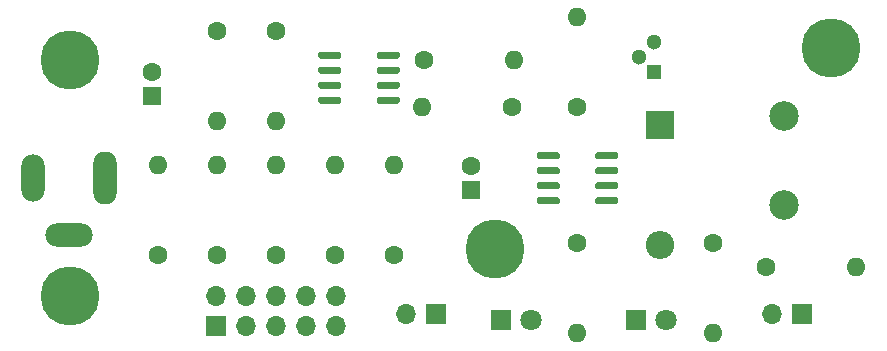
<source format=gts>
G04 #@! TF.GenerationSoftware,KiCad,Pcbnew,(5.1.10)-1*
G04 #@! TF.CreationDate,2021-08-27T01:26:18-04:00*
G04 #@! TF.ProjectId,Water_Valve_Sensor,57617465-725f-4566-916c-76655f53656e,rev?*
G04 #@! TF.SameCoordinates,Original*
G04 #@! TF.FileFunction,Soldermask,Top*
G04 #@! TF.FilePolarity,Negative*
%FSLAX46Y46*%
G04 Gerber Fmt 4.6, Leading zero omitted, Abs format (unit mm)*
G04 Created by KiCad (PCBNEW (5.1.10)-1) date 2021-08-27 01:26:18*
%MOMM*%
%LPD*%
G01*
G04 APERTURE LIST*
%ADD10O,1.600000X1.600000*%
%ADD11C,1.600000*%
%ADD12C,2.500000*%
%ADD13C,5.000000*%
%ADD14C,2.900000*%
%ADD15O,2.000000X4.500000*%
%ADD16O,4.000000X2.000000*%
%ADD17O,2.000000X4.000000*%
%ADD18O,1.700000X1.700000*%
%ADD19R,1.700000X1.700000*%
%ADD20R,1.600000X1.600000*%
%ADD21R,1.300000X1.300000*%
%ADD22C,1.300000*%
%ADD23C,1.800000*%
%ADD24R,1.800000X1.800000*%
%ADD25O,2.400000X2.400000*%
%ADD26R,2.400000X2.400000*%
G04 APERTURE END LIST*
D10*
X106620000Y-143500000D03*
D11*
X99000000Y-143500000D03*
D12*
X100500000Y-130700000D03*
X100500000Y-138300000D03*
D13*
X104500000Y-125000000D03*
D14*
X104500000Y-125000000D03*
D15*
X43000000Y-136000000D03*
D16*
X39952000Y-140826000D03*
D17*
X36904000Y-136000000D03*
D18*
X68460000Y-147500000D03*
D19*
X71000000Y-147500000D03*
D13*
X76000000Y-142000000D03*
D14*
X76000000Y-142000000D03*
D13*
X40000000Y-146000000D03*
D14*
X40000000Y-146000000D03*
D13*
X40000000Y-126000000D03*
D14*
X40000000Y-126000000D03*
D18*
X99460000Y-147500000D03*
D19*
X102000000Y-147500000D03*
D18*
X62540000Y-145960000D03*
X62540000Y-148500000D03*
X60000000Y-145960000D03*
X60000000Y-148500000D03*
X57460000Y-145960000D03*
X57460000Y-148500000D03*
X54920000Y-145960000D03*
X54920000Y-148500000D03*
X52380000Y-145960000D03*
D19*
X52380000Y-148500000D03*
D11*
X74000000Y-135000000D03*
D20*
X74000000Y-137000000D03*
G36*
G01*
X66000000Y-125745000D02*
X66000000Y-125445000D01*
G75*
G02*
X66150000Y-125295000I150000J0D01*
G01*
X67800000Y-125295000D01*
G75*
G02*
X67950000Y-125445000I0J-150000D01*
G01*
X67950000Y-125745000D01*
G75*
G02*
X67800000Y-125895000I-150000J0D01*
G01*
X66150000Y-125895000D01*
G75*
G02*
X66000000Y-125745000I0J150000D01*
G01*
G37*
G36*
G01*
X66000000Y-127015000D02*
X66000000Y-126715000D01*
G75*
G02*
X66150000Y-126565000I150000J0D01*
G01*
X67800000Y-126565000D01*
G75*
G02*
X67950000Y-126715000I0J-150000D01*
G01*
X67950000Y-127015000D01*
G75*
G02*
X67800000Y-127165000I-150000J0D01*
G01*
X66150000Y-127165000D01*
G75*
G02*
X66000000Y-127015000I0J150000D01*
G01*
G37*
G36*
G01*
X66000000Y-128285000D02*
X66000000Y-127985000D01*
G75*
G02*
X66150000Y-127835000I150000J0D01*
G01*
X67800000Y-127835000D01*
G75*
G02*
X67950000Y-127985000I0J-150000D01*
G01*
X67950000Y-128285000D01*
G75*
G02*
X67800000Y-128435000I-150000J0D01*
G01*
X66150000Y-128435000D01*
G75*
G02*
X66000000Y-128285000I0J150000D01*
G01*
G37*
G36*
G01*
X66000000Y-129555000D02*
X66000000Y-129255000D01*
G75*
G02*
X66150000Y-129105000I150000J0D01*
G01*
X67800000Y-129105000D01*
G75*
G02*
X67950000Y-129255000I0J-150000D01*
G01*
X67950000Y-129555000D01*
G75*
G02*
X67800000Y-129705000I-150000J0D01*
G01*
X66150000Y-129705000D01*
G75*
G02*
X66000000Y-129555000I0J150000D01*
G01*
G37*
G36*
G01*
X61050000Y-129555000D02*
X61050000Y-129255000D01*
G75*
G02*
X61200000Y-129105000I150000J0D01*
G01*
X62850000Y-129105000D01*
G75*
G02*
X63000000Y-129255000I0J-150000D01*
G01*
X63000000Y-129555000D01*
G75*
G02*
X62850000Y-129705000I-150000J0D01*
G01*
X61200000Y-129705000D01*
G75*
G02*
X61050000Y-129555000I0J150000D01*
G01*
G37*
G36*
G01*
X61050000Y-128285000D02*
X61050000Y-127985000D01*
G75*
G02*
X61200000Y-127835000I150000J0D01*
G01*
X62850000Y-127835000D01*
G75*
G02*
X63000000Y-127985000I0J-150000D01*
G01*
X63000000Y-128285000D01*
G75*
G02*
X62850000Y-128435000I-150000J0D01*
G01*
X61200000Y-128435000D01*
G75*
G02*
X61050000Y-128285000I0J150000D01*
G01*
G37*
G36*
G01*
X61050000Y-127015000D02*
X61050000Y-126715000D01*
G75*
G02*
X61200000Y-126565000I150000J0D01*
G01*
X62850000Y-126565000D01*
G75*
G02*
X63000000Y-126715000I0J-150000D01*
G01*
X63000000Y-127015000D01*
G75*
G02*
X62850000Y-127165000I-150000J0D01*
G01*
X61200000Y-127165000D01*
G75*
G02*
X61050000Y-127015000I0J150000D01*
G01*
G37*
G36*
G01*
X61050000Y-125745000D02*
X61050000Y-125445000D01*
G75*
G02*
X61200000Y-125295000I150000J0D01*
G01*
X62850000Y-125295000D01*
G75*
G02*
X63000000Y-125445000I0J-150000D01*
G01*
X63000000Y-125745000D01*
G75*
G02*
X62850000Y-125895000I-150000J0D01*
G01*
X61200000Y-125895000D01*
G75*
G02*
X61050000Y-125745000I0J150000D01*
G01*
G37*
G36*
G01*
X84500000Y-134245000D02*
X84500000Y-133945000D01*
G75*
G02*
X84650000Y-133795000I150000J0D01*
G01*
X86300000Y-133795000D01*
G75*
G02*
X86450000Y-133945000I0J-150000D01*
G01*
X86450000Y-134245000D01*
G75*
G02*
X86300000Y-134395000I-150000J0D01*
G01*
X84650000Y-134395000D01*
G75*
G02*
X84500000Y-134245000I0J150000D01*
G01*
G37*
G36*
G01*
X84500000Y-135515000D02*
X84500000Y-135215000D01*
G75*
G02*
X84650000Y-135065000I150000J0D01*
G01*
X86300000Y-135065000D01*
G75*
G02*
X86450000Y-135215000I0J-150000D01*
G01*
X86450000Y-135515000D01*
G75*
G02*
X86300000Y-135665000I-150000J0D01*
G01*
X84650000Y-135665000D01*
G75*
G02*
X84500000Y-135515000I0J150000D01*
G01*
G37*
G36*
G01*
X84500000Y-136785000D02*
X84500000Y-136485000D01*
G75*
G02*
X84650000Y-136335000I150000J0D01*
G01*
X86300000Y-136335000D01*
G75*
G02*
X86450000Y-136485000I0J-150000D01*
G01*
X86450000Y-136785000D01*
G75*
G02*
X86300000Y-136935000I-150000J0D01*
G01*
X84650000Y-136935000D01*
G75*
G02*
X84500000Y-136785000I0J150000D01*
G01*
G37*
G36*
G01*
X84500000Y-138055000D02*
X84500000Y-137755000D01*
G75*
G02*
X84650000Y-137605000I150000J0D01*
G01*
X86300000Y-137605000D01*
G75*
G02*
X86450000Y-137755000I0J-150000D01*
G01*
X86450000Y-138055000D01*
G75*
G02*
X86300000Y-138205000I-150000J0D01*
G01*
X84650000Y-138205000D01*
G75*
G02*
X84500000Y-138055000I0J150000D01*
G01*
G37*
G36*
G01*
X79550000Y-138055000D02*
X79550000Y-137755000D01*
G75*
G02*
X79700000Y-137605000I150000J0D01*
G01*
X81350000Y-137605000D01*
G75*
G02*
X81500000Y-137755000I0J-150000D01*
G01*
X81500000Y-138055000D01*
G75*
G02*
X81350000Y-138205000I-150000J0D01*
G01*
X79700000Y-138205000D01*
G75*
G02*
X79550000Y-138055000I0J150000D01*
G01*
G37*
G36*
G01*
X79550000Y-136785000D02*
X79550000Y-136485000D01*
G75*
G02*
X79700000Y-136335000I150000J0D01*
G01*
X81350000Y-136335000D01*
G75*
G02*
X81500000Y-136485000I0J-150000D01*
G01*
X81500000Y-136785000D01*
G75*
G02*
X81350000Y-136935000I-150000J0D01*
G01*
X79700000Y-136935000D01*
G75*
G02*
X79550000Y-136785000I0J150000D01*
G01*
G37*
G36*
G01*
X79550000Y-135515000D02*
X79550000Y-135215000D01*
G75*
G02*
X79700000Y-135065000I150000J0D01*
G01*
X81350000Y-135065000D01*
G75*
G02*
X81500000Y-135215000I0J-150000D01*
G01*
X81500000Y-135515000D01*
G75*
G02*
X81350000Y-135665000I-150000J0D01*
G01*
X79700000Y-135665000D01*
G75*
G02*
X79550000Y-135515000I0J150000D01*
G01*
G37*
G36*
G01*
X79550000Y-134245000D02*
X79550000Y-133945000D01*
G75*
G02*
X79700000Y-133795000I150000J0D01*
G01*
X81350000Y-133795000D01*
G75*
G02*
X81500000Y-133945000I0J-150000D01*
G01*
X81500000Y-134245000D01*
G75*
G02*
X81350000Y-134395000I-150000J0D01*
G01*
X79700000Y-134395000D01*
G75*
G02*
X79550000Y-134245000I0J150000D01*
G01*
G37*
D10*
X83000000Y-149120000D03*
D11*
X83000000Y-141500000D03*
D10*
X83000000Y-122380000D03*
D11*
X83000000Y-130000000D03*
D10*
X69880000Y-130000000D03*
D11*
X77500000Y-130000000D03*
D10*
X77620000Y-126000000D03*
D11*
X70000000Y-126000000D03*
D10*
X94500000Y-149120000D03*
D11*
X94500000Y-141500000D03*
D10*
X67500000Y-134880000D03*
D11*
X67500000Y-142500000D03*
D10*
X62500000Y-134880000D03*
D11*
X62500000Y-142500000D03*
D10*
X57500000Y-134880000D03*
D11*
X57500000Y-142500000D03*
D10*
X52500000Y-134880000D03*
D11*
X52500000Y-142500000D03*
D10*
X47500000Y-134880000D03*
D11*
X47500000Y-142500000D03*
D10*
X52500000Y-131120000D03*
D11*
X52500000Y-123500000D03*
D10*
X57500000Y-131120000D03*
D11*
X57500000Y-123500000D03*
D21*
X89500000Y-127000000D03*
D22*
X89500000Y-124460000D03*
X88230000Y-125730000D03*
D23*
X79040000Y-148000000D03*
D24*
X76500000Y-148000000D03*
D25*
X90000000Y-141660000D03*
D26*
X90000000Y-131500000D03*
D23*
X90540000Y-148000000D03*
D24*
X88000000Y-148000000D03*
D11*
X47000000Y-127000000D03*
D20*
X47000000Y-129000000D03*
M02*

</source>
